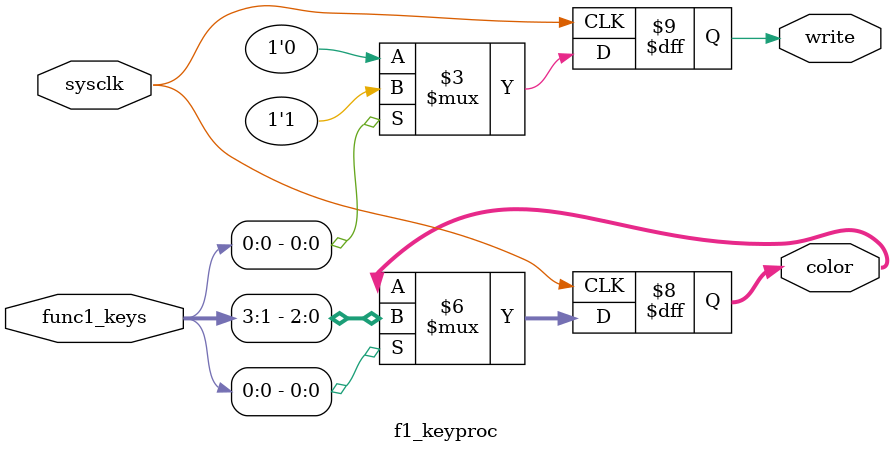
<source format=v>
module f1_keyproc(
input wire [3:0] func1_keys,
input wire sysclk,
output reg [2:0] color,
output reg write);

always @(posedge sysclk) begin
	if (func1_keys[0]) begin
		write <= 1'b1;
		// The keys is right in RGB mode, output the data
		color <= func1_keys[3:1];
	end
	else
		write <= 1'b0;
end

endmodule
</source>
